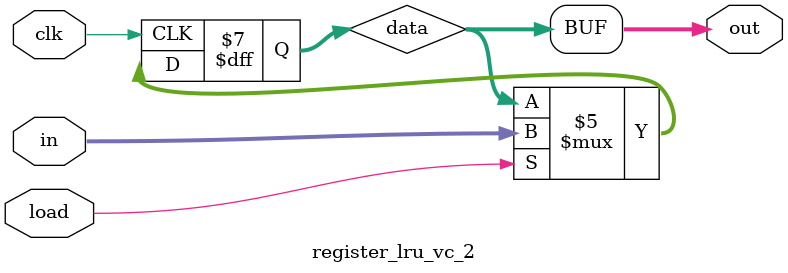
<source format=sv>
module register_lru_vc_2 #(parameter width = 16)
(
    input clk,
    input load,
    input [width-1:0] in,
    output logic [width-1:0] out
);

logic [width-1:0] data;

/* Altera device registers are 0 at power on. Specify this
 * so that Modelsim works as expected.
 */
initial
begin
	data = 2'b10;
end

always_ff @(posedge clk)
begin
    if (load)
    begin
        data = in;
    end
end

always_comb
begin
    out = data;
end

endmodule : register_lru_vc_2

</source>
